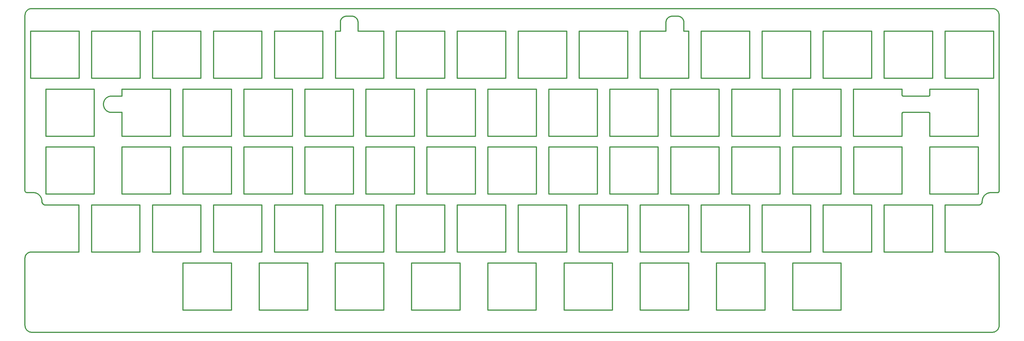
<source format=gm1>
%TF.GenerationSoftware,KiCad,Pcbnew,(6.0.1-0)*%
%TF.CreationDate,2022-02-13T07:54:48+09:00*%
%TF.ProjectId,keyplate,6b657970-6c61-4746-952e-6b696361645f,rev?*%
%TF.SameCoordinates,Original*%
%TF.FileFunction,Profile,NP*%
%FSLAX46Y46*%
G04 Gerber Fmt 4.6, Leading zero omitted, Abs format (unit mm)*
G04 Created by KiCad (PCBNEW (6.0.1-0)) date 2022-02-13 07:54:48*
%MOMM*%
%LPD*%
G01*
G04 APERTURE LIST*
%TA.AperFunction,Profile*%
%ADD10C,0.352776*%
%TD*%
G04 APERTURE END LIST*
D10*
X218287272Y-58200356D02*
X218287272Y-72000282D01*
X218287272Y-72000282D02*
X204087290Y-72000282D01*
X204087290Y-72000282D02*
X204087290Y-58200356D01*
X204087290Y-58200356D02*
X218287272Y-58200356D01*
X218287272Y-58200356D02*
X218287272Y-58200356D01*
X173644419Y-24200075D02*
X173644419Y-38000000D01*
X173644419Y-38000000D02*
X159441965Y-38000000D01*
X159441965Y-38000000D02*
X159441965Y-24200075D01*
X159441965Y-24200075D02*
X173644419Y-24200075D01*
X173644419Y-24200075D02*
X173644419Y-24200075D01*
X231688196Y-92206288D02*
X231688196Y-106005856D01*
X231688196Y-106005856D02*
X217488230Y-106005856D01*
X217488230Y-106005856D02*
X217488230Y-92206288D01*
X217488230Y-92206288D02*
X231688196Y-92206288D01*
X231688196Y-92206288D02*
X231688196Y-92206288D01*
X35232409Y-58200356D02*
X35232409Y-72000282D01*
X35232409Y-72000282D02*
X21032433Y-72000282D01*
X21032433Y-72000282D02*
X21032433Y-58200356D01*
X21032433Y-58200356D02*
X35232409Y-58200356D01*
X35232409Y-58200356D02*
X35232409Y-58200356D01*
X57554011Y-58200356D02*
X57554011Y-72000282D01*
X57554011Y-72000282D02*
X43354037Y-72000282D01*
X43354037Y-72000282D02*
X43354037Y-58200356D01*
X43354037Y-58200356D02*
X57554011Y-58200356D01*
X57554011Y-58200356D02*
X57554011Y-58200356D01*
X209359202Y-24200075D02*
X209359202Y-38000000D01*
X209359202Y-38000000D02*
X195159220Y-38000000D01*
X195159220Y-38000000D02*
X195159220Y-24200075D01*
X195159220Y-24200075D02*
X202699488Y-24200075D01*
X202699488Y-24200075D02*
X202699488Y-21590232D01*
X202699488Y-21590232D02*
X202701718Y-21502770D01*
X202701718Y-21502770D02*
X202708368Y-21415900D01*
X202708368Y-21415900D02*
X202719376Y-21329767D01*
X202719376Y-21329767D02*
X202734681Y-21244516D01*
X202734681Y-21244516D02*
X202754221Y-21160292D01*
X202754221Y-21160292D02*
X202777934Y-21077241D01*
X202777934Y-21077241D02*
X202805760Y-20995507D01*
X202805760Y-20995507D02*
X202837637Y-20915237D01*
X202837637Y-20915237D02*
X202873503Y-20836575D01*
X202873503Y-20836575D02*
X202913297Y-20759666D01*
X202913297Y-20759666D02*
X202956958Y-20684655D01*
X202956958Y-20684655D02*
X203004423Y-20611689D01*
X203004423Y-20611689D02*
X203055632Y-20540912D01*
X203055632Y-20540912D02*
X203110522Y-20472468D01*
X203110522Y-20472468D02*
X203169034Y-20406505D01*
X203169034Y-20406505D02*
X203231104Y-20343166D01*
X203231104Y-20343166D02*
X203296334Y-20282830D01*
X203296334Y-20282830D02*
X203364258Y-20225952D01*
X203364258Y-20225952D02*
X203434728Y-20172593D01*
X203434728Y-20172593D02*
X203507594Y-20122812D01*
X203507594Y-20122812D02*
X203582706Y-20076669D01*
X203582706Y-20076669D02*
X203659916Y-20034224D01*
X203659916Y-20034224D02*
X203739074Y-19995536D01*
X203739074Y-19995536D02*
X203820030Y-19960667D01*
X203820030Y-19960667D02*
X203902636Y-19929675D01*
X203902636Y-19929675D02*
X203986742Y-19902622D01*
X203986742Y-19902622D02*
X204072197Y-19879565D01*
X204072197Y-19879565D02*
X204158854Y-19860567D01*
X204158854Y-19860567D02*
X204246563Y-19845686D01*
X204246563Y-19845686D02*
X204335174Y-19834982D01*
X204335174Y-19834982D02*
X204424538Y-19828516D01*
X204424538Y-19828516D02*
X204514506Y-19826348D01*
X204514506Y-19826348D02*
X206103068Y-19826348D01*
X206103068Y-19826348D02*
X206193102Y-19828516D01*
X206193102Y-19828516D02*
X206282524Y-19834982D01*
X206282524Y-19834982D02*
X206371184Y-19845686D01*
X206371184Y-19845686D02*
X206458935Y-19860567D01*
X206458935Y-19860567D02*
X206545627Y-19879565D01*
X206545627Y-19879565D02*
X206631111Y-19902622D01*
X206631111Y-19902622D02*
X206715240Y-19929675D01*
X206715240Y-19929675D02*
X206797863Y-19960667D01*
X206797863Y-19960667D02*
X206878833Y-19995536D01*
X206878833Y-19995536D02*
X206958001Y-20034224D01*
X206958001Y-20034224D02*
X207035218Y-20076669D01*
X207035218Y-20076669D02*
X207110336Y-20122812D01*
X207110336Y-20122812D02*
X207183205Y-20172593D01*
X207183205Y-20172593D02*
X207253677Y-20225952D01*
X207253677Y-20225952D02*
X207321603Y-20282830D01*
X207321603Y-20282830D02*
X207386835Y-20343166D01*
X207386835Y-20343166D02*
X207448846Y-20406505D01*
X207448846Y-20406505D02*
X207507313Y-20472468D01*
X207507313Y-20472468D02*
X207562173Y-20540912D01*
X207562173Y-20540912D02*
X207613364Y-20611689D01*
X207613364Y-20611689D02*
X207660823Y-20684655D01*
X207660823Y-20684655D02*
X207704486Y-20759666D01*
X207704486Y-20759666D02*
X207744290Y-20836575D01*
X207744290Y-20836575D02*
X207780173Y-20915237D01*
X207780173Y-20915237D02*
X207812070Y-20995507D01*
X207812070Y-20995507D02*
X207839919Y-21077241D01*
X207839919Y-21077241D02*
X207863657Y-21160292D01*
X207863657Y-21160292D02*
X207883220Y-21244516D01*
X207883220Y-21244516D02*
X207898546Y-21329767D01*
X207898546Y-21329767D02*
X207909571Y-21415900D01*
X207909571Y-21415900D02*
X207916232Y-21502770D01*
X207916232Y-21502770D02*
X207918467Y-21590232D01*
X207918467Y-21590232D02*
X207918467Y-24200075D01*
X207918467Y-24200075D02*
X209359202Y-24200075D01*
X209359202Y-24200075D02*
X209359202Y-24200075D01*
X209356714Y-75200680D02*
X209356714Y-89000607D01*
X209356714Y-89000607D02*
X195156748Y-89000607D01*
X195156748Y-89000607D02*
X195156748Y-75200680D01*
X195156748Y-75200680D02*
X209356714Y-75200680D01*
X209356714Y-75200680D02*
X209356714Y-75200680D01*
X254004877Y-92204525D02*
X254004877Y-106004093D01*
X254004877Y-106004093D02*
X239804896Y-106004093D01*
X239804896Y-106004093D02*
X239804896Y-92204525D01*
X239804896Y-92204525D02*
X254004877Y-92204525D01*
X254004877Y-92204525D02*
X254004877Y-92204525D01*
X271862818Y-42921240D02*
X271863208Y-42937003D01*
X271863208Y-42937003D02*
X271864373Y-42952657D01*
X271864373Y-42952657D02*
X271866301Y-42968175D01*
X271866301Y-42968175D02*
X271868981Y-42983532D01*
X271868981Y-42983532D02*
X271872402Y-42998701D01*
X271872402Y-42998701D02*
X271876555Y-43013655D01*
X271876555Y-43013655D02*
X271881428Y-43028368D01*
X271881428Y-43028368D02*
X271887011Y-43042814D01*
X271887011Y-43042814D02*
X271893292Y-43056967D01*
X271893292Y-43056967D02*
X271900262Y-43070800D01*
X271900262Y-43070800D02*
X271907908Y-43084287D01*
X271907908Y-43084287D02*
X271916222Y-43097401D01*
X271916222Y-43097401D02*
X271925191Y-43110116D01*
X271925191Y-43110116D02*
X271934806Y-43122405D01*
X271934806Y-43122405D02*
X271945054Y-43134243D01*
X271945054Y-43134243D02*
X271955927Y-43145603D01*
X271955927Y-43145603D02*
X271967352Y-43156475D01*
X271967352Y-43156475D02*
X271979246Y-43166723D01*
X271979246Y-43166723D02*
X271991584Y-43176338D01*
X271991584Y-43176338D02*
X272004340Y-43185309D01*
X272004340Y-43185309D02*
X272017489Y-43193624D01*
X272017489Y-43193624D02*
X272031004Y-43201273D01*
X272031004Y-43201273D02*
X272044860Y-43208245D01*
X272044860Y-43208245D02*
X272059031Y-43214529D01*
X272059031Y-43214529D02*
X272073490Y-43220115D01*
X272073490Y-43220115D02*
X272088213Y-43224991D01*
X272088213Y-43224991D02*
X272103173Y-43229147D01*
X272103173Y-43229147D02*
X272118345Y-43232571D01*
X272118345Y-43232571D02*
X272133702Y-43235253D01*
X272133702Y-43235253D02*
X272149218Y-43237183D01*
X272149218Y-43237183D02*
X272164869Y-43238348D01*
X272164869Y-43238348D02*
X272180628Y-43238739D01*
X272180628Y-43238739D02*
X279663050Y-43238739D01*
X279663050Y-43238739D02*
X279678755Y-43238348D01*
X279678755Y-43238348D02*
X279694357Y-43237183D01*
X279694357Y-43237183D02*
X279709832Y-43235253D01*
X279709832Y-43235253D02*
X279725152Y-43232571D01*
X279725152Y-43232571D02*
X279740292Y-43229147D01*
X279740292Y-43229147D02*
X279755225Y-43224991D01*
X279755225Y-43224991D02*
X279769924Y-43220115D01*
X279769924Y-43220115D02*
X279784365Y-43214529D01*
X279784365Y-43214529D02*
X279798520Y-43208245D01*
X279798520Y-43208245D02*
X279812364Y-43201273D01*
X279812364Y-43201273D02*
X279825870Y-43193624D01*
X279825870Y-43193624D02*
X279839011Y-43185309D01*
X279839011Y-43185309D02*
X279851763Y-43176338D01*
X279851763Y-43176338D02*
X279864098Y-43166723D01*
X279864098Y-43166723D02*
X279875991Y-43156475D01*
X279875991Y-43156475D02*
X279887415Y-43145603D01*
X279887415Y-43145603D02*
X279898283Y-43134243D01*
X279898283Y-43134243D02*
X279908529Y-43122405D01*
X279908529Y-43122405D02*
X279918143Y-43110116D01*
X279918143Y-43110116D02*
X279927112Y-43097401D01*
X279927112Y-43097401D02*
X279935427Y-43084287D01*
X279935427Y-43084287D02*
X279943077Y-43070800D01*
X279943077Y-43070800D02*
X279950050Y-43056967D01*
X279950050Y-43056967D02*
X279956335Y-43042814D01*
X279956335Y-43042814D02*
X279961922Y-43028368D01*
X279961922Y-43028368D02*
X279966800Y-43013655D01*
X279966800Y-43013655D02*
X279970957Y-42998701D01*
X279970957Y-42998701D02*
X279974383Y-42983532D01*
X279974383Y-42983532D02*
X279977067Y-42968175D01*
X279977067Y-42968175D02*
X279978997Y-42952657D01*
X279978997Y-42952657D02*
X279980164Y-42937003D01*
X279980164Y-42937003D02*
X279980555Y-42921240D01*
X279980555Y-42921240D02*
X279980555Y-41200392D01*
X279980555Y-41200392D02*
X294180536Y-41200392D01*
X294180536Y-41200392D02*
X294180536Y-54999966D01*
X294180536Y-54999966D02*
X279980555Y-54999966D01*
X279980555Y-54999966D02*
X279980555Y-48370583D01*
X279980555Y-48370583D02*
X279980147Y-48354155D01*
X279980147Y-48354155D02*
X279978932Y-48337829D01*
X279978932Y-48337829D02*
X279976921Y-48321635D01*
X279976921Y-48321635D02*
X279974125Y-48305601D01*
X279974125Y-48305601D02*
X279970556Y-48289755D01*
X279970556Y-48289755D02*
X279966225Y-48274125D01*
X279966225Y-48274125D02*
X279961144Y-48258740D01*
X279961144Y-48258740D02*
X279955324Y-48243629D01*
X279955324Y-48243629D02*
X279948777Y-48228819D01*
X279948777Y-48228819D02*
X279941514Y-48214339D01*
X279941514Y-48214339D02*
X279933546Y-48200218D01*
X279933546Y-48200218D02*
X279924885Y-48186484D01*
X279924885Y-48186484D02*
X279915542Y-48173166D01*
X279915542Y-48173166D02*
X279905530Y-48160291D01*
X279905530Y-48160291D02*
X279894858Y-48147888D01*
X279894858Y-48147888D02*
X279883539Y-48135986D01*
X279883539Y-48135986D02*
X279871575Y-48124665D01*
X279871575Y-48124665D02*
X279859126Y-48113991D01*
X279859126Y-48113991D02*
X279846219Y-48103977D01*
X279846219Y-48103977D02*
X279832881Y-48094633D01*
X279832881Y-48094633D02*
X279819139Y-48085972D01*
X279819139Y-48085972D02*
X279805018Y-48078005D01*
X279805018Y-48078005D02*
X279790547Y-48070742D01*
X279790547Y-48070742D02*
X279775751Y-48064196D01*
X279775751Y-48064196D02*
X279760658Y-48058378D01*
X279760658Y-48058378D02*
X279745294Y-48053298D01*
X279745294Y-48053298D02*
X279729686Y-48048969D01*
X279729686Y-48048969D02*
X279713861Y-48045401D01*
X279713861Y-48045401D02*
X279697845Y-48042607D01*
X279697845Y-48042607D02*
X279681665Y-48040597D01*
X279681665Y-48040597D02*
X279665348Y-48039382D01*
X279665348Y-48039382D02*
X279648920Y-48038975D01*
X279648920Y-48038975D02*
X272194758Y-48038975D01*
X272194758Y-48038975D02*
X272178271Y-48039382D01*
X272178271Y-48039382D02*
X272161902Y-48040597D01*
X272161902Y-48040597D02*
X272145677Y-48042607D01*
X272145677Y-48042607D02*
X272129625Y-48045401D01*
X272129625Y-48045401D02*
X272113770Y-48048969D01*
X272113770Y-48048969D02*
X272098141Y-48053298D01*
X272098141Y-48053298D02*
X272082765Y-48058378D01*
X272082765Y-48058378D02*
X272067667Y-48064196D01*
X272067667Y-48064196D02*
X272052876Y-48070742D01*
X272052876Y-48070742D02*
X272038418Y-48078005D01*
X272038418Y-48078005D02*
X272024319Y-48085972D01*
X272024319Y-48085972D02*
X272010608Y-48094633D01*
X272010608Y-48094633D02*
X271997310Y-48103977D01*
X271997310Y-48103977D02*
X271984453Y-48113991D01*
X271984453Y-48113991D02*
X271972064Y-48124665D01*
X271972064Y-48124665D02*
X271960169Y-48135986D01*
X271960169Y-48135986D02*
X271948786Y-48147888D01*
X271948786Y-48147888D02*
X271938059Y-48160291D01*
X271938059Y-48160291D02*
X271927999Y-48173166D01*
X271927999Y-48173166D02*
X271918616Y-48186484D01*
X271918616Y-48186484D02*
X271909922Y-48200218D01*
X271909922Y-48200218D02*
X271901928Y-48214339D01*
X271901928Y-48214339D02*
X271894643Y-48228819D01*
X271894643Y-48228819D02*
X271888079Y-48243629D01*
X271888079Y-48243629D02*
X271882247Y-48258740D01*
X271882247Y-48258740D02*
X271877157Y-48274125D01*
X271877157Y-48274125D02*
X271872821Y-48289755D01*
X271872821Y-48289755D02*
X271869249Y-48305601D01*
X271869249Y-48305601D02*
X271866451Y-48321635D01*
X271866451Y-48321635D02*
X271864440Y-48337829D01*
X271864440Y-48337829D02*
X271863225Y-48354155D01*
X271863225Y-48354155D02*
X271862818Y-48370583D01*
X271862818Y-48370583D02*
X271862818Y-54999966D01*
X271862818Y-54999966D02*
X257662821Y-54999966D01*
X257662821Y-54999966D02*
X257662821Y-41200392D01*
X257662821Y-41200392D02*
X271862818Y-41200392D01*
X271862818Y-41200392D02*
X271862818Y-42921240D01*
X271862818Y-42921240D02*
X271862818Y-42921240D01*
X102199335Y-75200680D02*
X102199335Y-89000607D01*
X102199335Y-89000607D02*
X87999361Y-89000607D01*
X87999361Y-89000607D02*
X87999361Y-75200680D01*
X87999361Y-75200680D02*
X102199335Y-75200680D01*
X102199335Y-75200680D02*
X102199335Y-75200680D01*
X236148737Y-58200356D02*
X236148737Y-72000282D01*
X236148737Y-72000282D02*
X221948740Y-72000282D01*
X221948740Y-72000282D02*
X221948740Y-58200356D01*
X221948740Y-58200356D02*
X236148737Y-58200356D01*
X236148737Y-58200356D02*
X236148737Y-58200356D01*
X102202166Y-24200075D02*
X102202166Y-38000000D01*
X102202166Y-38000000D02*
X88002192Y-38000000D01*
X88002192Y-38000000D02*
X88002192Y-24200075D01*
X88002192Y-24200075D02*
X102202166Y-24200075D01*
X102202166Y-24200075D02*
X102202166Y-24200075D01*
X262942835Y-75200680D02*
X262942835Y-89000607D01*
X262942835Y-89000607D02*
X248742838Y-89000607D01*
X248742838Y-89000607D02*
X248742838Y-75200680D01*
X248742838Y-75200680D02*
X262942835Y-75200680D01*
X262942835Y-75200680D02*
X262942835Y-75200680D01*
X280796534Y-24200075D02*
X280796534Y-38000000D01*
X280796534Y-38000000D02*
X266596522Y-38000000D01*
X266596522Y-38000000D02*
X266596522Y-24200075D01*
X266596522Y-24200075D02*
X280796534Y-24200075D01*
X280796534Y-24200075D02*
X280796534Y-24200075D01*
X40310986Y-48038975D02*
X40187552Y-48035849D01*
X40187552Y-48035849D02*
X40065729Y-48026572D01*
X40065729Y-48026572D02*
X39945668Y-48011295D01*
X39945668Y-48011295D02*
X39827520Y-47990170D01*
X39827520Y-47990170D02*
X39711437Y-47963347D01*
X39711437Y-47963347D02*
X39597570Y-47930979D01*
X39597570Y-47930979D02*
X39486071Y-47893217D01*
X39486071Y-47893217D02*
X39377090Y-47850211D01*
X39377090Y-47850211D02*
X39270780Y-47802114D01*
X39270780Y-47802114D02*
X39167291Y-47749077D01*
X39167291Y-47749077D02*
X39066774Y-47691250D01*
X39066774Y-47691250D02*
X38969382Y-47628786D01*
X38969382Y-47628786D02*
X38875266Y-47561836D01*
X38875266Y-47561836D02*
X38784576Y-47490551D01*
X38784576Y-47490551D02*
X38697465Y-47415082D01*
X38697465Y-47415082D02*
X38614083Y-47335581D01*
X38614083Y-47335581D02*
X38534582Y-47252199D01*
X38534582Y-47252199D02*
X38459113Y-47165088D01*
X38459113Y-47165088D02*
X38387828Y-47074398D01*
X38387828Y-47074398D02*
X38320878Y-46980281D01*
X38320878Y-46980281D02*
X38258414Y-46882889D01*
X38258414Y-46882889D02*
X38200588Y-46782373D01*
X38200588Y-46782373D02*
X38147550Y-46678884D01*
X38147550Y-46678884D02*
X38099453Y-46572574D01*
X38099453Y-46572574D02*
X38056448Y-46463593D01*
X38056448Y-46463593D02*
X38018686Y-46352094D01*
X38018686Y-46352094D02*
X37986318Y-46238227D01*
X37986318Y-46238227D02*
X37959496Y-46122144D01*
X37959496Y-46122144D02*
X37938370Y-46003997D01*
X37938370Y-46003997D02*
X37923094Y-45883936D01*
X37923094Y-45883936D02*
X37913817Y-45762113D01*
X37913817Y-45762113D02*
X37910691Y-45638680D01*
X37910691Y-45638680D02*
X37913817Y-45515278D01*
X37913817Y-45515278D02*
X37923094Y-45393485D01*
X37923094Y-45393485D02*
X37938370Y-45273453D01*
X37938370Y-45273453D02*
X37959496Y-45155331D01*
X37959496Y-45155331D02*
X37986318Y-45039273D01*
X37986318Y-45039273D02*
X38018686Y-44925429D01*
X38018686Y-44925429D02*
X38056448Y-44813951D01*
X38056448Y-44813951D02*
X38099453Y-44704990D01*
X38099453Y-44704990D02*
X38147550Y-44598697D01*
X38147550Y-44598697D02*
X38200588Y-44495225D01*
X38200588Y-44495225D02*
X38258414Y-44394724D01*
X38258414Y-44394724D02*
X38320878Y-44297345D01*
X38320878Y-44297345D02*
X38387828Y-44203241D01*
X38387828Y-44203241D02*
X38459113Y-44112563D01*
X38459113Y-44112563D02*
X38534582Y-44025461D01*
X38534582Y-44025461D02*
X38614083Y-43942088D01*
X38614083Y-43942088D02*
X38697465Y-43862595D01*
X38697465Y-43862595D02*
X38784576Y-43787133D01*
X38784576Y-43787133D02*
X38875266Y-43715854D01*
X38875266Y-43715854D02*
X38969382Y-43648908D01*
X38969382Y-43648908D02*
X39066774Y-43586449D01*
X39066774Y-43586449D02*
X39167291Y-43528626D01*
X39167291Y-43528626D02*
X39270780Y-43475592D01*
X39270780Y-43475592D02*
X39377090Y-43427497D01*
X39377090Y-43427497D02*
X39486071Y-43384493D01*
X39486071Y-43384493D02*
X39597570Y-43346732D01*
X39597570Y-43346732D02*
X39711437Y-43314365D01*
X39711437Y-43314365D02*
X39827520Y-43287544D01*
X39827520Y-43287544D02*
X39945668Y-43266419D01*
X39945668Y-43266419D02*
X40065729Y-43251142D01*
X40065729Y-43251142D02*
X40187552Y-43241865D01*
X40187552Y-43241865D02*
X40310986Y-43238739D01*
X40310986Y-43238739D02*
X43322287Y-43238739D01*
X43322287Y-43238739D02*
X43322287Y-41200392D01*
X43322287Y-41200392D02*
X57534258Y-41200392D01*
X57534258Y-41200392D02*
X57534258Y-54999966D01*
X57534258Y-54999966D02*
X43322287Y-54999966D01*
X43322287Y-54999966D02*
X43322287Y-48038975D01*
X43322287Y-48038975D02*
X40310986Y-48038975D01*
X40310986Y-48038975D02*
X40310986Y-48038975D01*
X280801813Y-75200680D02*
X280801813Y-89000607D01*
X280801813Y-89000607D02*
X266601832Y-89000607D01*
X266601832Y-89000607D02*
X266601832Y-75200680D01*
X266601832Y-75200680D02*
X280801813Y-75200680D01*
X280801813Y-75200680D02*
X280801813Y-75200680D01*
X218287272Y-41200392D02*
X218287272Y-54999966D01*
X218287272Y-54999966D02*
X204087290Y-54999966D01*
X204087290Y-54999966D02*
X204087290Y-41200392D01*
X204087290Y-41200392D02*
X218287272Y-41200392D01*
X218287272Y-41200392D02*
X218287272Y-41200392D01*
X66484564Y-24200075D02*
X66484564Y-38000000D01*
X66484564Y-38000000D02*
X52284582Y-38000000D01*
X52284582Y-38000000D02*
X52284582Y-24200075D01*
X52284582Y-24200075D02*
X66484564Y-24200075D01*
X66484564Y-24200075D02*
X66484564Y-24200075D01*
X137921885Y-24200075D02*
X137921885Y-38000000D01*
X137921885Y-38000000D02*
X123721895Y-38000000D01*
X123721895Y-38000000D02*
X123721895Y-24200075D01*
X123721895Y-24200075D02*
X137921885Y-24200075D01*
X137921885Y-24200075D02*
X137921885Y-24200075D01*
X111130244Y-41200392D02*
X111130244Y-54999966D01*
X111130244Y-54999966D02*
X96930262Y-54999966D01*
X96930262Y-54999966D02*
X96930262Y-41200392D01*
X96930262Y-41200392D02*
X111130244Y-41200392D01*
X111130244Y-41200392D02*
X111130244Y-41200392D01*
X20968579Y-75200680D02*
X20912733Y-75199268D01*
X20912733Y-75199268D02*
X20857620Y-75195078D01*
X20857620Y-75195078D02*
X20803309Y-75188178D01*
X20803309Y-75188178D02*
X20749868Y-75178636D01*
X20749868Y-75178636D02*
X20697366Y-75166520D01*
X20697366Y-75166520D02*
X20645869Y-75151899D01*
X20645869Y-75151899D02*
X20595447Y-75134840D01*
X20595447Y-75134840D02*
X20546168Y-75115412D01*
X20546168Y-75115412D02*
X20498099Y-75093683D01*
X20498099Y-75093683D02*
X20451310Y-75069721D01*
X20451310Y-75069721D02*
X20405867Y-75043594D01*
X20405867Y-75043594D02*
X20361840Y-75015370D01*
X20361840Y-75015370D02*
X20319296Y-74985118D01*
X20319296Y-74985118D02*
X20278304Y-74952905D01*
X20278304Y-74952905D02*
X20238931Y-74918800D01*
X20238931Y-74918800D02*
X20201246Y-74882871D01*
X20201246Y-74882871D02*
X20165317Y-74845186D01*
X20165317Y-74845186D02*
X20131212Y-74805813D01*
X20131212Y-74805813D02*
X20098999Y-74764821D01*
X20098999Y-74764821D02*
X20068747Y-74722277D01*
X20068747Y-74722277D02*
X20040523Y-74678249D01*
X20040523Y-74678249D02*
X20014396Y-74632807D01*
X20014396Y-74632807D02*
X19990434Y-74586017D01*
X19990434Y-74586017D02*
X19968705Y-74537948D01*
X19968705Y-74537948D02*
X19949277Y-74488669D01*
X19949277Y-74488669D02*
X19932218Y-74438247D01*
X19932218Y-74438247D02*
X19917597Y-74386750D01*
X19917597Y-74386750D02*
X19905481Y-74334248D01*
X19905481Y-74334248D02*
X19895939Y-74280807D01*
X19895939Y-74280807D02*
X19889039Y-74226496D01*
X19889039Y-74226496D02*
X19884849Y-74171383D01*
X19884849Y-74171383D02*
X19883437Y-74115536D01*
X19883437Y-74115536D02*
X19883437Y-74114826D01*
X19883437Y-74114826D02*
X19880281Y-73987598D01*
X19880281Y-73987598D02*
X19870870Y-73861241D01*
X19870870Y-73861241D02*
X19855290Y-73735965D01*
X19855290Y-73735965D02*
X19833630Y-73611983D01*
X19833630Y-73611983D02*
X19805975Y-73489503D01*
X19805975Y-73489503D02*
X19772412Y-73368736D01*
X19772412Y-73368736D02*
X19733029Y-73249892D01*
X19733029Y-73249892D02*
X19687911Y-73133182D01*
X19687911Y-73133182D02*
X19637146Y-73018816D01*
X19637146Y-73018816D02*
X19580821Y-72907005D01*
X19580821Y-72907005D02*
X19519023Y-72797958D01*
X19519023Y-72797958D02*
X19451838Y-72691886D01*
X19451838Y-72691886D02*
X19379352Y-72589000D01*
X19379352Y-72589000D02*
X19301654Y-72489509D01*
X19301654Y-72489509D02*
X19218830Y-72393624D01*
X19218830Y-72393624D02*
X19130965Y-72301556D01*
X19130965Y-72301556D02*
X19038703Y-72213893D01*
X19038703Y-72213893D02*
X18942633Y-72131279D01*
X18942633Y-72131279D02*
X18842967Y-72053798D01*
X18842967Y-72053798D02*
X18739918Y-71981536D01*
X18739918Y-71981536D02*
X18633695Y-71914582D01*
X18633695Y-71914582D02*
X18524511Y-71853019D01*
X18524511Y-71853019D02*
X18412576Y-71796936D01*
X18412576Y-71796936D02*
X18298103Y-71746417D01*
X18298103Y-71746417D02*
X18181302Y-71701550D01*
X18181302Y-71701550D02*
X18062385Y-71662420D01*
X18062385Y-71662420D02*
X17941564Y-71629115D01*
X17941564Y-71629115D02*
X17819049Y-71601719D01*
X17819049Y-71601719D02*
X17695051Y-71580320D01*
X17695051Y-71580320D02*
X17569783Y-71565003D01*
X17569783Y-71565003D02*
X17443456Y-71555856D01*
X17443456Y-71555856D02*
X17316281Y-71552963D01*
X17316281Y-71552963D02*
X15422221Y-71556847D01*
X15422221Y-71556847D02*
X15068739Y-71410443D01*
X15068739Y-71410443D02*
X14922337Y-71056961D01*
X14922337Y-71056961D02*
X14923395Y-19575523D01*
X14923395Y-19575523D02*
X14929393Y-19418537D01*
X14929393Y-19418537D02*
X14947384Y-19262257D01*
X14947384Y-19262257D02*
X14978428Y-19108447D01*
X14978428Y-19108447D02*
X15020409Y-18956399D01*
X15020409Y-18956399D02*
X15075442Y-18809291D01*
X15075442Y-18809291D02*
X15140353Y-18667475D01*
X15140353Y-18667475D02*
X15217258Y-18530245D01*
X15217258Y-18530245D02*
X15304394Y-18399365D01*
X15304394Y-18399365D02*
X15402466Y-18276245D01*
X15402466Y-18276245D02*
X15508300Y-18160535D01*
X15508300Y-18160535D02*
X15624362Y-18054349D01*
X15624362Y-18054349D02*
X15747482Y-17956277D01*
X15747482Y-17956277D02*
X15878362Y-17869494D01*
X15878362Y-17869494D02*
X16015240Y-17792236D01*
X16015240Y-17792236D02*
X16157409Y-17727325D01*
X16157409Y-17727325D02*
X16304517Y-17672291D01*
X16304517Y-17672291D02*
X16456211Y-17630311D01*
X16456211Y-17630311D02*
X16610374Y-17599267D01*
X16610374Y-17599267D02*
X16766302Y-17581275D01*
X16766302Y-17581275D02*
X16923287Y-17574219D01*
X16923287Y-17574219D02*
X298297785Y-17575277D01*
X298297785Y-17575277D02*
X298453699Y-17581275D01*
X298453699Y-17581275D02*
X298609644Y-17599267D01*
X298609644Y-17599267D02*
X298763788Y-17630311D01*
X298763788Y-17630311D02*
X298916559Y-17672291D01*
X298916559Y-17672291D02*
X299062617Y-17727325D01*
X299062617Y-17727325D02*
X299204767Y-17792236D01*
X299204767Y-17792236D02*
X299341639Y-17869494D01*
X299341639Y-17869494D02*
X299472529Y-17956277D01*
X299472529Y-17956277D02*
X299595637Y-18054349D01*
X299595637Y-18054349D02*
X299711725Y-18160535D01*
X299711725Y-18160535D02*
X299817530Y-18276245D01*
X299817530Y-18276245D02*
X299916681Y-18399365D01*
X299916681Y-18399365D02*
X300002741Y-18530245D01*
X300002741Y-18530245D02*
X300079645Y-18667475D01*
X300079645Y-18667475D02*
X300144556Y-18809291D01*
X300144556Y-18809291D02*
X300199610Y-18956399D01*
X300199610Y-18956399D02*
X300241602Y-19108447D01*
X300241602Y-19108447D02*
X300272639Y-19262257D01*
X300272639Y-19262257D02*
X300291681Y-19418537D01*
X300291681Y-19418537D02*
X300297663Y-19575523D01*
X300297663Y-19575523D02*
X300297663Y-71043556D01*
X300297663Y-71043556D02*
X300297037Y-71068816D01*
X300297037Y-71068816D02*
X300295172Y-71093903D01*
X300295172Y-71093903D02*
X300292084Y-71118775D01*
X300292084Y-71118775D02*
X300287791Y-71143390D01*
X300287791Y-71143390D02*
X300282309Y-71167709D01*
X300282309Y-71167709D02*
X300275655Y-71191688D01*
X300275655Y-71191688D02*
X300267847Y-71215287D01*
X300267847Y-71215287D02*
X300258902Y-71238464D01*
X300258902Y-71238464D02*
X300248836Y-71261178D01*
X300248836Y-71261178D02*
X300237666Y-71283388D01*
X300237666Y-71283388D02*
X300225411Y-71305053D01*
X300225411Y-71305053D02*
X300212085Y-71326130D01*
X300212085Y-71326130D02*
X300197708Y-71346578D01*
X300197708Y-71346578D02*
X300182295Y-71366357D01*
X300182295Y-71366357D02*
X300165864Y-71385425D01*
X300165864Y-71385425D02*
X300148432Y-71403740D01*
X300148432Y-71403740D02*
X300130120Y-71421170D01*
X300130120Y-71421170D02*
X300111056Y-71437600D01*
X300111056Y-71437600D02*
X300091281Y-71453011D01*
X300091281Y-71453011D02*
X300070835Y-71467388D01*
X300070835Y-71467388D02*
X300049761Y-71480712D01*
X300049761Y-71480712D02*
X300028100Y-71492967D01*
X300028100Y-71492967D02*
X300005892Y-71504136D01*
X300005892Y-71504136D02*
X299983179Y-71514202D01*
X299983179Y-71514202D02*
X299960003Y-71523147D01*
X299960003Y-71523147D02*
X299936405Y-71530955D01*
X299936405Y-71530955D02*
X299912426Y-71537609D01*
X299912426Y-71537609D02*
X299888108Y-71543091D01*
X299888108Y-71543091D02*
X299863491Y-71547385D01*
X299863491Y-71547385D02*
X299838617Y-71550473D01*
X299838617Y-71550473D02*
X299813527Y-71552338D01*
X299813527Y-71552338D02*
X299788264Y-71552963D01*
X299788264Y-71552963D02*
X297901606Y-71552963D01*
X297901606Y-71552963D02*
X297774440Y-71556116D01*
X297774440Y-71556116D02*
X297648137Y-71565514D01*
X297648137Y-71565514D02*
X297522907Y-71581071D01*
X297522907Y-71581071D02*
X297398959Y-71602699D01*
X297398959Y-71602699D02*
X297276504Y-71630312D01*
X297276504Y-71630312D02*
X297155751Y-71663821D01*
X297155751Y-71663821D02*
X297036910Y-71703140D01*
X297036910Y-71703140D02*
X296920191Y-71748181D01*
X296920191Y-71748181D02*
X296805804Y-71798856D01*
X296805804Y-71798856D02*
X296693958Y-71855079D01*
X296693958Y-71855079D02*
X296584864Y-71916762D01*
X296584864Y-71916762D02*
X296478730Y-71983818D01*
X296478730Y-71983818D02*
X296375768Y-72056160D01*
X296375768Y-72056160D02*
X296276187Y-72133700D01*
X296276187Y-72133700D02*
X296180197Y-72216350D01*
X296180197Y-72216350D02*
X296088007Y-72304024D01*
X296088007Y-72304024D02*
X296000328Y-72396217D01*
X296000328Y-72396217D02*
X295917672Y-72492210D01*
X295917672Y-72492210D02*
X295840128Y-72591794D01*
X295840128Y-72591794D02*
X295767783Y-72694759D01*
X295767783Y-72694759D02*
X295700723Y-72800894D01*
X295700723Y-72800894D02*
X295639037Y-72909990D01*
X295639037Y-72909990D02*
X295582811Y-73021838D01*
X295582811Y-73021838D02*
X295532133Y-73136227D01*
X295532133Y-73136227D02*
X295487091Y-73252947D01*
X295487091Y-73252947D02*
X295447770Y-73371789D01*
X295447770Y-73371789D02*
X295414260Y-73492543D01*
X295414260Y-73492543D02*
X295386646Y-73615000D01*
X295386646Y-73615000D02*
X295365017Y-73738948D01*
X295365017Y-73738948D02*
X295349459Y-73864179D01*
X295349459Y-73864179D02*
X295340061Y-73990483D01*
X295340061Y-73990483D02*
X295336909Y-74117649D01*
X295336909Y-74117649D02*
X295336909Y-74122238D01*
X295336909Y-74122238D02*
X295335583Y-74175727D01*
X295335583Y-74175727D02*
X295331632Y-74228847D01*
X295331632Y-74228847D02*
X295325091Y-74281511D01*
X295325091Y-74281511D02*
X295315996Y-74333633D01*
X295315996Y-74333633D02*
X295304384Y-74385124D01*
X295304384Y-74385124D02*
X295290290Y-74435898D01*
X295290290Y-74435898D02*
X295273750Y-74485866D01*
X295273750Y-74485866D02*
X295254801Y-74534942D01*
X295254801Y-74534942D02*
X295233479Y-74583039D01*
X295233479Y-74583039D02*
X295209820Y-74630068D01*
X295209820Y-74630068D02*
X295183859Y-74675942D01*
X295183859Y-74675942D02*
X295155634Y-74720575D01*
X295155634Y-74720575D02*
X295125180Y-74763879D01*
X295125180Y-74763879D02*
X295092534Y-74805766D01*
X295092534Y-74805766D02*
X295057731Y-74846149D01*
X295057731Y-74846149D02*
X295020807Y-74884941D01*
X295020807Y-74884941D02*
X294982081Y-74921798D01*
X294982081Y-74921798D02*
X294941756Y-74956544D01*
X294941756Y-74956544D02*
X294899919Y-74989140D01*
X294899919Y-74989140D02*
X294856658Y-75019552D01*
X294856658Y-75019552D02*
X294812062Y-75047742D01*
X294812062Y-75047742D02*
X294766218Y-75073673D01*
X294766218Y-75073673D02*
X294719213Y-75097308D01*
X294719213Y-75097308D02*
X294671137Y-75118612D01*
X294671137Y-75118612D02*
X294622077Y-75137547D01*
X294622077Y-75137547D02*
X294572120Y-75154076D01*
X294572120Y-75154076D02*
X294521355Y-75168163D01*
X294521355Y-75168163D02*
X294469869Y-75179771D01*
X294469869Y-75179771D02*
X294417750Y-75188864D01*
X294417750Y-75188864D02*
X294365087Y-75195404D01*
X294365087Y-75195404D02*
X294311967Y-75199355D01*
X294311967Y-75199355D02*
X294258478Y-75200680D01*
X294258478Y-75200680D02*
X284456934Y-75200680D01*
X284456934Y-75200680D02*
X284456934Y-89000607D01*
X284456934Y-89000607D02*
X298533777Y-89000607D01*
X298533777Y-89000607D02*
X298621243Y-89002771D01*
X298621243Y-89002771D02*
X298708116Y-89009226D01*
X298708116Y-89009226D02*
X298794252Y-89019912D01*
X298794252Y-89019912D02*
X298879507Y-89034770D01*
X298879507Y-89034770D02*
X298963736Y-89053742D01*
X298963736Y-89053742D02*
X299046794Y-89076768D01*
X299046794Y-89076768D02*
X299128538Y-89103789D01*
X299128538Y-89103789D02*
X299208822Y-89134748D01*
X299208822Y-89134748D02*
X299287503Y-89169584D01*
X299287503Y-89169584D02*
X299364435Y-89208239D01*
X299364435Y-89208239D02*
X299439473Y-89250654D01*
X299439473Y-89250654D02*
X299512475Y-89296771D01*
X299512475Y-89296771D02*
X299583294Y-89346530D01*
X299583294Y-89346530D02*
X299651787Y-89399872D01*
X299651787Y-89399872D02*
X299717808Y-89456739D01*
X299717808Y-89456739D02*
X299781214Y-89517071D01*
X299781214Y-89517071D02*
X299841485Y-89580472D01*
X299841485Y-89580472D02*
X299898305Y-89646490D01*
X299898305Y-89646490D02*
X299951615Y-89714979D01*
X299951615Y-89714979D02*
X300001354Y-89785797D01*
X300001354Y-89785797D02*
X300047461Y-89858797D01*
X300047461Y-89858797D02*
X300089877Y-89933836D01*
X300089877Y-89933836D02*
X300128540Y-90010768D01*
X300128540Y-90010768D02*
X300163389Y-90089449D01*
X300163389Y-90089449D02*
X300194366Y-90169734D01*
X300194366Y-90169734D02*
X300221408Y-90251479D01*
X300221408Y-90251479D02*
X300244456Y-90334538D01*
X300244456Y-90334538D02*
X300263449Y-90418767D01*
X300263449Y-90418767D02*
X300278327Y-90504022D01*
X300278327Y-90504022D02*
X300289029Y-90590158D01*
X300289029Y-90590158D02*
X300295494Y-90677029D01*
X300295494Y-90677029D02*
X300297663Y-90764492D01*
X300297663Y-90764492D02*
X300297663Y-110501995D01*
X300297663Y-110501995D02*
X300291681Y-110657215D01*
X300291681Y-110657215D02*
X300272639Y-110813152D01*
X300272639Y-110813152D02*
X300241602Y-110967312D01*
X300241602Y-110967312D02*
X300199610Y-111119015D01*
X300199610Y-111119015D02*
X300144556Y-111267170D01*
X300144556Y-111267170D02*
X300079645Y-111408276D01*
X300079645Y-111408276D02*
X300002741Y-111545155D01*
X300002741Y-111545155D02*
X299916681Y-111676045D01*
X299916681Y-111676045D02*
X299817530Y-111800228D01*
X299817530Y-111800228D02*
X299711725Y-111916279D01*
X299711725Y-111916279D02*
X299595637Y-112021053D01*
X299595637Y-112021053D02*
X299472529Y-112119129D01*
X299472529Y-112119129D02*
X299341639Y-112206265D01*
X299341639Y-112206265D02*
X299204767Y-112283169D01*
X299204767Y-112283169D02*
X299062617Y-112348080D01*
X299062617Y-112348080D02*
X298916559Y-112404171D01*
X298916559Y-112404171D02*
X298763788Y-112446156D01*
X298763788Y-112446156D02*
X298609644Y-112476139D01*
X298609644Y-112476139D02*
X298453699Y-112494129D01*
X298453699Y-112494129D02*
X298297785Y-112500126D01*
X298297785Y-112500126D02*
X16923287Y-112502247D01*
X16923287Y-112502247D02*
X16766302Y-112494129D01*
X16766302Y-112494129D02*
X16610374Y-112476139D01*
X16610374Y-112476139D02*
X16456211Y-112446156D01*
X16456211Y-112446156D02*
X16304517Y-112404171D01*
X16304517Y-112404171D02*
X16157409Y-112348080D01*
X16157409Y-112348080D02*
X16015240Y-112283169D01*
X16015240Y-112283169D02*
X15878362Y-112206265D01*
X15878362Y-112206265D02*
X15747482Y-112119129D01*
X15747482Y-112119129D02*
X15624362Y-112021053D01*
X15624362Y-112021053D02*
X15508300Y-111916279D01*
X15508300Y-111916279D02*
X15402466Y-111800228D01*
X15402466Y-111800228D02*
X15304394Y-111676045D01*
X15304394Y-111676045D02*
X15217258Y-111545155D01*
X15217258Y-111545155D02*
X15140353Y-111408276D01*
X15140353Y-111408276D02*
X15075442Y-111267170D01*
X15075442Y-111267170D02*
X15020409Y-111119015D01*
X15020409Y-111119015D02*
X14978428Y-110967312D01*
X14978428Y-110967312D02*
X14947384Y-110813152D01*
X14947384Y-110813152D02*
X14929393Y-110657215D01*
X14929393Y-110657215D02*
X14922337Y-110501995D01*
X14922337Y-110501995D02*
X14922337Y-90764492D01*
X14922337Y-90764492D02*
X14924506Y-90677029D01*
X14924506Y-90677029D02*
X14930972Y-90590158D01*
X14930972Y-90590158D02*
X14941675Y-90504022D01*
X14941675Y-90504022D02*
X14956556Y-90418767D01*
X14956556Y-90418767D02*
X14975555Y-90334538D01*
X14975555Y-90334538D02*
X14998611Y-90251479D01*
X14998611Y-90251479D02*
X15025665Y-90169734D01*
X15025665Y-90169734D02*
X15056657Y-90089449D01*
X15056657Y-90089449D02*
X15091526Y-90010768D01*
X15091526Y-90010768D02*
X15130213Y-89933836D01*
X15130213Y-89933836D02*
X15172658Y-89858797D01*
X15172658Y-89858797D02*
X15218802Y-89785797D01*
X15218802Y-89785797D02*
X15268583Y-89714979D01*
X15268583Y-89714979D02*
X15321942Y-89646490D01*
X15321942Y-89646490D02*
X15378819Y-89580472D01*
X15378819Y-89580472D02*
X15439155Y-89517071D01*
X15439155Y-89517071D02*
X15502494Y-89456739D01*
X15502494Y-89456739D02*
X15568458Y-89399872D01*
X15568458Y-89399872D02*
X15636901Y-89346530D01*
X15636901Y-89346530D02*
X15707679Y-89296771D01*
X15707679Y-89296771D02*
X15780645Y-89250654D01*
X15780645Y-89250654D02*
X15855656Y-89208239D01*
X15855656Y-89208239D02*
X15932564Y-89169584D01*
X15932564Y-89169584D02*
X16011227Y-89134748D01*
X16011227Y-89134748D02*
X16091497Y-89103789D01*
X16091497Y-89103789D02*
X16173231Y-89076768D01*
X16173231Y-89076768D02*
X16256282Y-89053742D01*
X16256282Y-89053742D02*
X16340505Y-89034770D01*
X16340505Y-89034770D02*
X16425756Y-89019912D01*
X16425756Y-89019912D02*
X16511889Y-89009226D01*
X16511889Y-89009226D02*
X16598760Y-89002771D01*
X16598760Y-89002771D02*
X16686221Y-89000607D01*
X16686221Y-89000607D02*
X30734501Y-89000607D01*
X30734501Y-89000607D02*
X30734501Y-75200680D01*
X30734501Y-75200680D02*
X20968579Y-75200680D01*
X20968579Y-75200680D02*
X20968579Y-75200680D01*
X35232409Y-41200392D02*
X35232409Y-54999966D01*
X35232409Y-54999966D02*
X21032433Y-54999966D01*
X21032433Y-54999966D02*
X21032433Y-41200392D01*
X21032433Y-41200392D02*
X35232409Y-41200392D01*
X35232409Y-41200392D02*
X35232409Y-41200392D01*
X48625937Y-24200075D02*
X48625937Y-38000000D01*
X48625937Y-38000000D02*
X34425959Y-38000000D01*
X34425959Y-38000000D02*
X34425959Y-24200075D01*
X34425959Y-24200075D02*
X48625937Y-24200075D01*
X48625937Y-24200075D02*
X48625937Y-24200075D01*
X298655146Y-24200075D02*
X298655146Y-38000000D01*
X298655146Y-38000000D02*
X284455164Y-38000000D01*
X284455164Y-38000000D02*
X284455164Y-24200075D01*
X284455164Y-24200075D02*
X298655146Y-24200075D01*
X298655146Y-24200075D02*
X298655146Y-24200075D01*
X120055483Y-92202755D02*
X120055483Y-106002331D01*
X120055483Y-106002331D02*
X105855524Y-106002331D01*
X105855524Y-106002331D02*
X105855524Y-92202755D01*
X105855524Y-92202755D02*
X120055483Y-92202755D01*
X120055483Y-92202755D02*
X120055483Y-92202755D01*
X245074335Y-75200680D02*
X245074335Y-89000607D01*
X245074335Y-89000607D02*
X230871515Y-89000607D01*
X230871515Y-89000607D02*
X230871515Y-75200680D01*
X230871515Y-75200680D02*
X245074335Y-75200680D01*
X245074335Y-75200680D02*
X245074335Y-75200680D01*
X236148737Y-41200392D02*
X236148737Y-54999966D01*
X236148737Y-54999966D02*
X221948740Y-54999966D01*
X221948740Y-54999966D02*
X221948740Y-41200392D01*
X221948740Y-41200392D02*
X236148737Y-41200392D01*
X236148737Y-41200392D02*
X236148737Y-41200392D01*
X146849955Y-41200392D02*
X146849955Y-54999966D01*
X146849955Y-54999966D02*
X132649988Y-54999966D01*
X132649988Y-54999966D02*
X132649988Y-41200392D01*
X132649988Y-41200392D02*
X146849955Y-41200392D01*
X146849955Y-41200392D02*
X146849955Y-41200392D01*
X120058321Y-75200680D02*
X120058321Y-89000607D01*
X120058321Y-89000607D02*
X105858340Y-89000607D01*
X105858340Y-89000607D02*
X105858340Y-75200680D01*
X105858340Y-75200680D02*
X120058321Y-75200680D01*
X120058321Y-75200680D02*
X120058321Y-75200680D01*
X294180536Y-58200356D02*
X294180536Y-72000282D01*
X294180536Y-72000282D02*
X279980555Y-72000282D01*
X279980555Y-72000282D02*
X279980555Y-58200356D01*
X279980555Y-58200356D02*
X294180536Y-58200356D01*
X294180536Y-58200356D02*
X294180536Y-58200356D01*
X173634196Y-75200680D02*
X173634196Y-89000607D01*
X173634196Y-89000607D02*
X159434199Y-89000607D01*
X159434199Y-89000607D02*
X159434199Y-75200680D01*
X159434199Y-75200680D02*
X173634196Y-75200680D01*
X173634196Y-75200680D02*
X173634196Y-75200680D01*
X262937906Y-24200075D02*
X262937906Y-38000000D01*
X262937906Y-38000000D02*
X248737925Y-38000000D01*
X248737925Y-38000000D02*
X248737925Y-24200075D01*
X248737925Y-24200075D02*
X262937906Y-24200075D01*
X262937906Y-24200075D02*
X262937906Y-24200075D01*
X128991335Y-58200356D02*
X128991335Y-72000282D01*
X128991335Y-72000282D02*
X114791353Y-72000282D01*
X114791353Y-72000282D02*
X114791353Y-58200356D01*
X114791353Y-58200356D02*
X128991335Y-58200356D01*
X128991335Y-58200356D02*
X128991335Y-58200356D01*
X245079264Y-24200075D02*
X245079264Y-38000000D01*
X245079264Y-38000000D02*
X230876810Y-38000000D01*
X230876810Y-38000000D02*
X230876810Y-24200075D01*
X230876810Y-24200075D02*
X245079264Y-24200075D01*
X245079264Y-24200075D02*
X245079264Y-24200075D01*
X66482092Y-75200680D02*
X66482092Y-89000607D01*
X66482092Y-89000607D02*
X52282114Y-89000607D01*
X52282114Y-89000607D02*
X52282114Y-75200680D01*
X52282114Y-75200680D02*
X66482092Y-75200680D01*
X66482092Y-75200680D02*
X66482092Y-75200680D01*
X93271265Y-58200356D02*
X93271265Y-72000282D01*
X93271265Y-72000282D02*
X79071291Y-72000282D01*
X79071291Y-72000282D02*
X79071291Y-58200356D01*
X79071291Y-58200356D02*
X93271265Y-58200356D01*
X93271265Y-58200356D02*
X93271265Y-58200356D01*
X254013712Y-41200392D02*
X254013712Y-54999966D01*
X254013712Y-54999966D02*
X239813715Y-54999966D01*
X239813715Y-54999966D02*
X239813715Y-41200392D01*
X239813715Y-41200392D02*
X254013712Y-41200392D01*
X254013712Y-41200392D02*
X254013712Y-41200392D01*
X84340708Y-75200680D02*
X84340708Y-89000607D01*
X84340708Y-89000607D02*
X70140738Y-89000607D01*
X70140738Y-89000607D02*
X70140738Y-75200680D01*
X70140738Y-75200680D02*
X84340708Y-75200680D01*
X84340708Y-75200680D02*
X84340708Y-75200680D01*
X187035135Y-92204525D02*
X187035135Y-106004093D01*
X187035135Y-106004093D02*
X172835154Y-106004093D01*
X172835154Y-106004093D02*
X172835154Y-92204525D01*
X172835154Y-92204525D02*
X187035135Y-92204525D01*
X187035135Y-92204525D02*
X187035135Y-92204525D01*
X84343180Y-24200075D02*
X84343180Y-38000000D01*
X84343180Y-38000000D02*
X70143210Y-38000000D01*
X70143210Y-38000000D02*
X70143210Y-24200075D01*
X70143210Y-24200075D02*
X84343180Y-24200075D01*
X84343180Y-24200075D02*
X84343180Y-24200075D01*
X75412638Y-92202755D02*
X75412638Y-106002331D01*
X75412638Y-106002331D02*
X61212664Y-106002331D01*
X61212664Y-106002331D02*
X61212664Y-92202755D01*
X61212664Y-92202755D02*
X75412638Y-92202755D01*
X75412638Y-92202755D02*
X75412638Y-92202755D01*
X254013712Y-58200356D02*
X254013712Y-72000282D01*
X254013712Y-72000282D02*
X239813715Y-72000282D01*
X239813715Y-72000282D02*
X239813715Y-58200356D01*
X239813715Y-58200356D02*
X254013712Y-58200356D01*
X254013712Y-58200356D02*
X254013712Y-58200356D01*
X48618178Y-75200680D02*
X48618178Y-89000607D01*
X48618178Y-89000607D02*
X34418200Y-89000607D01*
X34418200Y-89000607D02*
X34418200Y-75200680D01*
X34418200Y-75200680D02*
X48618178Y-75200680D01*
X48618178Y-75200680D02*
X48618178Y-75200680D01*
X120063257Y-24200075D02*
X120063257Y-38000000D01*
X120063257Y-38000000D02*
X105863283Y-38000000D01*
X105863283Y-38000000D02*
X105863283Y-24200075D01*
X105863283Y-24200075D02*
X107297320Y-24200075D01*
X107297320Y-24200075D02*
X107297320Y-21590232D01*
X107297320Y-21590232D02*
X107299681Y-21499476D01*
X107299681Y-21499476D02*
X107306688Y-21409910D01*
X107306688Y-21409910D02*
X107318229Y-21321644D01*
X107318229Y-21321644D02*
X107334187Y-21234790D01*
X107334187Y-21234790D02*
X107354451Y-21149459D01*
X107354451Y-21149459D02*
X107378905Y-21065762D01*
X107378905Y-21065762D02*
X107407435Y-20983809D01*
X107407435Y-20983809D02*
X107439929Y-20903711D01*
X107439929Y-20903711D02*
X107476271Y-20825580D01*
X107476271Y-20825580D02*
X107516348Y-20749526D01*
X107516348Y-20749526D02*
X107560047Y-20675660D01*
X107560047Y-20675660D02*
X107607252Y-20604093D01*
X107607252Y-20604093D02*
X107657850Y-20534936D01*
X107657850Y-20534936D02*
X107711728Y-20468299D01*
X107711728Y-20468299D02*
X107768770Y-20404295D01*
X107768770Y-20404295D02*
X107828864Y-20343033D01*
X107828864Y-20343033D02*
X107891896Y-20284625D01*
X107891896Y-20284625D02*
X107957750Y-20229181D01*
X107957750Y-20229181D02*
X108026314Y-20176813D01*
X108026314Y-20176813D02*
X108097474Y-20127630D01*
X108097474Y-20127630D02*
X108171115Y-20081746D01*
X108171115Y-20081746D02*
X108247123Y-20039269D01*
X108247123Y-20039269D02*
X108325386Y-20000311D01*
X108325386Y-20000311D02*
X108405788Y-19964983D01*
X108405788Y-19964983D02*
X108488215Y-19933396D01*
X108488215Y-19933396D02*
X108572555Y-19905661D01*
X108572555Y-19905661D02*
X108658692Y-19881888D01*
X108658692Y-19881888D02*
X108746514Y-19862189D01*
X108746514Y-19862189D02*
X108835905Y-19846675D01*
X108835905Y-19846675D02*
X108926753Y-19835456D01*
X108926753Y-19835456D02*
X109018942Y-19828643D01*
X109018942Y-19828643D02*
X109112360Y-19826348D01*
X109112360Y-19826348D02*
X110664568Y-19826348D01*
X110664568Y-19826348D02*
X110757954Y-19828643D01*
X110757954Y-19828643D02*
X110850117Y-19835456D01*
X110850117Y-19835456D02*
X110940940Y-19846675D01*
X110940940Y-19846675D02*
X111030312Y-19862189D01*
X111030312Y-19862189D02*
X111118117Y-19881888D01*
X111118117Y-19881888D02*
X111204241Y-19905661D01*
X111204241Y-19905661D02*
X111288570Y-19933396D01*
X111288570Y-19933396D02*
X111370991Y-19964983D01*
X111370991Y-19964983D02*
X111451388Y-20000311D01*
X111451388Y-20000311D02*
X111529648Y-20039269D01*
X111529648Y-20039269D02*
X111605657Y-20081746D01*
X111605657Y-20081746D02*
X111679300Y-20127630D01*
X111679300Y-20127630D02*
X111750463Y-20176813D01*
X111750463Y-20176813D02*
X111819032Y-20229181D01*
X111819032Y-20229181D02*
X111884894Y-20284625D01*
X111884894Y-20284625D02*
X111947933Y-20343033D01*
X111947933Y-20343033D02*
X112008037Y-20404295D01*
X112008037Y-20404295D02*
X112065089Y-20468299D01*
X112065089Y-20468299D02*
X112118978Y-20534936D01*
X112118978Y-20534936D02*
X112169587Y-20604093D01*
X112169587Y-20604093D02*
X112216804Y-20675660D01*
X112216804Y-20675660D02*
X112260514Y-20749526D01*
X112260514Y-20749526D02*
X112300602Y-20825580D01*
X112300602Y-20825580D02*
X112336956Y-20903711D01*
X112336956Y-20903711D02*
X112369459Y-20983809D01*
X112369459Y-20983809D02*
X112398000Y-21065762D01*
X112398000Y-21065762D02*
X112422463Y-21149459D01*
X112422463Y-21149459D02*
X112442734Y-21234790D01*
X112442734Y-21234790D02*
X112458699Y-21321644D01*
X112458699Y-21321644D02*
X112470243Y-21409910D01*
X112470243Y-21409910D02*
X112477254Y-21499476D01*
X112477254Y-21499476D02*
X112479616Y-21590232D01*
X112479616Y-21590232D02*
X112479616Y-24200075D01*
X112479616Y-24200075D02*
X120063257Y-24200075D01*
X120063257Y-24200075D02*
X120063257Y-24200075D01*
X155773081Y-75200680D02*
X155773081Y-89000607D01*
X155773081Y-89000607D02*
X141573130Y-89000607D01*
X141573130Y-89000607D02*
X141573130Y-75200680D01*
X141573130Y-75200680D02*
X155773081Y-75200680D01*
X155773081Y-75200680D02*
X155773081Y-75200680D01*
X111130244Y-58200356D02*
X111130244Y-72000282D01*
X111130244Y-72000282D02*
X96930262Y-72000282D01*
X96930262Y-72000282D02*
X96930262Y-58200356D01*
X96930262Y-58200356D02*
X111130244Y-58200356D01*
X111130244Y-58200356D02*
X111130244Y-58200356D01*
X93271265Y-41200392D02*
X93271265Y-54999966D01*
X93271265Y-54999966D02*
X79071291Y-54999966D01*
X79071291Y-54999966D02*
X79071291Y-41200392D01*
X79071291Y-41200392D02*
X93271265Y-41200392D01*
X93271265Y-41200392D02*
X93271265Y-41200392D01*
X200428644Y-41200392D02*
X200428644Y-54999966D01*
X200428644Y-54999966D02*
X186228678Y-54999966D01*
X186228678Y-54999966D02*
X186228678Y-41200392D01*
X186228678Y-41200392D02*
X200428644Y-41200392D01*
X200428644Y-41200392D02*
X200428644Y-41200392D01*
X97734240Y-92202755D02*
X97734240Y-106002331D01*
X97734240Y-106002331D02*
X83534266Y-106002331D01*
X83534266Y-106002331D02*
X83534266Y-92202755D01*
X83534266Y-92202755D02*
X97734240Y-92202755D01*
X97734240Y-92202755D02*
X97734240Y-92202755D01*
X146849955Y-58200356D02*
X146849955Y-72000282D01*
X146849955Y-72000282D02*
X132649988Y-72000282D01*
X132649988Y-72000282D02*
X132649988Y-58200356D01*
X132649988Y-58200356D02*
X146849955Y-58200356D01*
X146849955Y-58200356D02*
X146849955Y-58200356D01*
X227215342Y-75200680D02*
X227215342Y-89000607D01*
X227215342Y-89000607D02*
X213015391Y-89000607D01*
X213015391Y-89000607D02*
X213015391Y-75200680D01*
X213015391Y-75200680D02*
X227215342Y-75200680D01*
X227215342Y-75200680D02*
X227215342Y-75200680D01*
X142389811Y-92204525D02*
X142389811Y-106004093D01*
X142389811Y-106004093D02*
X128189821Y-106004093D01*
X128189821Y-106004093D02*
X128189821Y-92204525D01*
X128189821Y-92204525D02*
X142389811Y-92204525D01*
X142389811Y-92204525D02*
X142389811Y-92204525D01*
X227217814Y-24200075D02*
X227217814Y-38000000D01*
X227217814Y-38000000D02*
X213017847Y-38000000D01*
X213017847Y-38000000D02*
X213017847Y-24200075D01*
X213017847Y-24200075D02*
X227217814Y-24200075D01*
X227217814Y-24200075D02*
X227217814Y-24200075D01*
X75412638Y-41200392D02*
X75412638Y-54999966D01*
X75412638Y-54999966D02*
X61212664Y-54999966D01*
X61212664Y-54999966D02*
X61212664Y-41200392D01*
X61212664Y-41200392D02*
X75412638Y-41200392D01*
X75412638Y-41200392D02*
X75412638Y-41200392D01*
X182570032Y-41200392D02*
X182570032Y-54999966D01*
X182570032Y-54999966D02*
X168367594Y-54999966D01*
X168367594Y-54999966D02*
X168367594Y-41200392D01*
X168367594Y-41200392D02*
X182570032Y-41200392D01*
X182570032Y-41200392D02*
X182570032Y-41200392D01*
X164693415Y-92201000D02*
X164693415Y-106000576D01*
X164693415Y-106000576D02*
X150493433Y-106000576D01*
X150493433Y-106000576D02*
X150493433Y-92201000D01*
X150493433Y-92201000D02*
X164693415Y-92201000D01*
X164693415Y-92201000D02*
X164693415Y-92201000D01*
X137919413Y-75200680D02*
X137919413Y-89000607D01*
X137919413Y-89000607D02*
X123719431Y-89000607D01*
X123719431Y-89000607D02*
X123719431Y-75200680D01*
X123719431Y-75200680D02*
X137919413Y-75200680D01*
X137919413Y-75200680D02*
X137919413Y-75200680D01*
X128991335Y-41200392D02*
X128991335Y-54999966D01*
X128991335Y-54999966D02*
X114791353Y-54999966D01*
X114791353Y-54999966D02*
X114791353Y-41200392D01*
X114791353Y-41200392D02*
X128991335Y-41200392D01*
X128991335Y-41200392D02*
X128991335Y-41200392D01*
X191500574Y-24200075D02*
X191500574Y-38000000D01*
X191500574Y-38000000D02*
X177300608Y-38000000D01*
X177300608Y-38000000D02*
X177300608Y-24200075D01*
X177300608Y-24200075D02*
X191500574Y-24200075D01*
X191500574Y-24200075D02*
X191500574Y-24200075D01*
X164711405Y-41200392D02*
X164711405Y-54999966D01*
X164711405Y-54999966D02*
X150511423Y-54999966D01*
X150511423Y-54999966D02*
X150511423Y-41200392D01*
X150511423Y-41200392D02*
X164711405Y-41200392D01*
X164711405Y-41200392D02*
X164711405Y-41200392D01*
X271872339Y-58200356D02*
X271872339Y-72000282D01*
X271872339Y-72000282D02*
X257672343Y-72000282D01*
X257672343Y-72000282D02*
X257672343Y-58200356D01*
X257672343Y-58200356D02*
X271872339Y-58200356D01*
X271872339Y-58200356D02*
X271872339Y-58200356D01*
X200428644Y-58200356D02*
X200428644Y-72000282D01*
X200428644Y-72000282D02*
X186228678Y-72000282D01*
X186228678Y-72000282D02*
X186228678Y-58200356D01*
X186228678Y-58200356D02*
X200428644Y-58200356D01*
X200428644Y-58200356D02*
X200428644Y-58200356D01*
X30764841Y-24200075D02*
X30764841Y-38000000D01*
X30764841Y-38000000D02*
X16564866Y-38000000D01*
X16564866Y-38000000D02*
X16564866Y-24200075D01*
X16564866Y-24200075D02*
X30764841Y-24200075D01*
X30764841Y-24200075D02*
X30764841Y-24200075D01*
X191498102Y-75200680D02*
X191498102Y-89000607D01*
X191498102Y-89000607D02*
X177295664Y-89000607D01*
X177295664Y-89000607D02*
X177295664Y-75200680D01*
X177295664Y-75200680D02*
X191498102Y-75200680D01*
X191498102Y-75200680D02*
X191498102Y-75200680D01*
X155783320Y-24200075D02*
X155783320Y-38000000D01*
X155783320Y-38000000D02*
X141583353Y-38000000D01*
X141583353Y-38000000D02*
X141583353Y-24200075D01*
X141583353Y-24200075D02*
X155783320Y-24200075D01*
X155783320Y-24200075D02*
X155783320Y-24200075D01*
X209359202Y-92204525D02*
X209359202Y-106004093D01*
X209359202Y-106004093D02*
X195159220Y-106004093D01*
X195159220Y-106004093D02*
X195159220Y-92204525D01*
X195159220Y-92204525D02*
X209359202Y-92204525D01*
X209359202Y-92204525D02*
X209359202Y-92204525D01*
X75412638Y-58200356D02*
X75412638Y-72000282D01*
X75412638Y-72000282D02*
X61212664Y-72000282D01*
X61212664Y-72000282D02*
X61212664Y-58200356D01*
X61212664Y-58200356D02*
X75412638Y-58200356D01*
X75412638Y-58200356D02*
X75412638Y-58200356D01*
X182570032Y-58200356D02*
X182570032Y-72000282D01*
X182570032Y-72000282D02*
X168367594Y-72000282D01*
X168367594Y-72000282D02*
X168367594Y-58200356D01*
X168367594Y-58200356D02*
X182570032Y-58200356D01*
X182570032Y-58200356D02*
X182570032Y-58200356D01*
X164711405Y-58200356D02*
X164711405Y-72000282D01*
X164711405Y-72000282D02*
X150511423Y-72000282D01*
X150511423Y-72000282D02*
X150511423Y-58200356D01*
X150511423Y-58200356D02*
X164711405Y-58200356D01*
X164711405Y-58200356D02*
X164711405Y-58200356D01*
M02*

</source>
